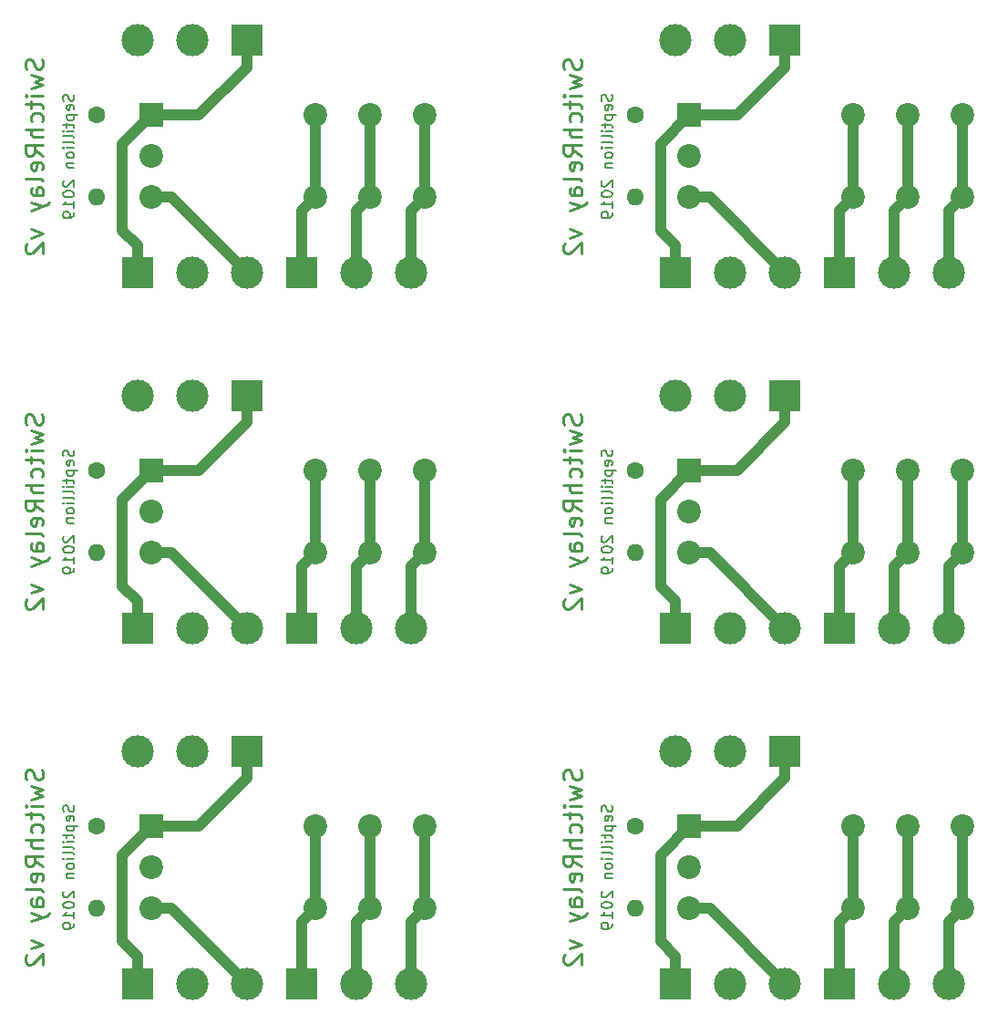
<source format=gbl>
G04 #@! TF.GenerationSoftware,KiCad,Pcbnew,(5.1.4)-1*
G04 #@! TF.CreationDate,2019-09-09T12:01:26+02:00*
G04 #@! TF.ProjectId,SwitchRelay_panel,53776974-6368-4526-956c-61795f70616e,1.0*
G04 #@! TF.SameCoordinates,Original*
G04 #@! TF.FileFunction,Copper,L2,Bot*
G04 #@! TF.FilePolarity,Positive*
%FSLAX46Y46*%
G04 Gerber Fmt 4.6, Leading zero omitted, Abs format (unit mm)*
G04 Created by KiCad (PCBNEW (5.1.4)-1) date 2019-09-09 12:01:26*
%MOMM*%
%LPD*%
G04 APERTURE LIST*
%ADD10C,0.203200*%
%ADD11C,0.254000*%
%ADD12C,3.000000*%
%ADD13R,3.000000X3.000000*%
%ADD14C,2.200000*%
%ADD15R,2.200000X2.200000*%
%ADD16O,1.600000X1.600000*%
%ADD17C,1.600000*%
%ADD18C,1.016000*%
G04 APERTURE END LIST*
D10*
X163571238Y-119676857D02*
X163619619Y-119822000D01*
X163619619Y-120063904D01*
X163571238Y-120160666D01*
X163522857Y-120209047D01*
X163426095Y-120257428D01*
X163329333Y-120257428D01*
X163232571Y-120209047D01*
X163184190Y-120160666D01*
X163135809Y-120063904D01*
X163087428Y-119870380D01*
X163039047Y-119773619D01*
X162990666Y-119725238D01*
X162893904Y-119676857D01*
X162797142Y-119676857D01*
X162700380Y-119725238D01*
X162652000Y-119773619D01*
X162603619Y-119870380D01*
X162603619Y-120112285D01*
X162652000Y-120257428D01*
X163571238Y-121079904D02*
X163619619Y-120983142D01*
X163619619Y-120789619D01*
X163571238Y-120692857D01*
X163474476Y-120644476D01*
X163087428Y-120644476D01*
X162990666Y-120692857D01*
X162942285Y-120789619D01*
X162942285Y-120983142D01*
X162990666Y-121079904D01*
X163087428Y-121128285D01*
X163184190Y-121128285D01*
X163280952Y-120644476D01*
X162942285Y-121563714D02*
X163958285Y-121563714D01*
X162990666Y-121563714D02*
X162942285Y-121660476D01*
X162942285Y-121854000D01*
X162990666Y-121950761D01*
X163039047Y-121999142D01*
X163135809Y-122047523D01*
X163426095Y-122047523D01*
X163522857Y-121999142D01*
X163571238Y-121950761D01*
X163619619Y-121854000D01*
X163619619Y-121660476D01*
X163571238Y-121563714D01*
X162942285Y-122337809D02*
X162942285Y-122724857D01*
X162603619Y-122482952D02*
X163474476Y-122482952D01*
X163571238Y-122531333D01*
X163619619Y-122628095D01*
X163619619Y-122724857D01*
X163619619Y-123063523D02*
X162942285Y-123063523D01*
X162603619Y-123063523D02*
X162652000Y-123015142D01*
X162700380Y-123063523D01*
X162652000Y-123111904D01*
X162603619Y-123063523D01*
X162700380Y-123063523D01*
X163619619Y-123692476D02*
X163571238Y-123595714D01*
X163474476Y-123547333D01*
X162603619Y-123547333D01*
X163619619Y-124224666D02*
X163571238Y-124127904D01*
X163474476Y-124079523D01*
X162603619Y-124079523D01*
X163619619Y-124611714D02*
X162942285Y-124611714D01*
X162603619Y-124611714D02*
X162652000Y-124563333D01*
X162700380Y-124611714D01*
X162652000Y-124660095D01*
X162603619Y-124611714D01*
X162700380Y-124611714D01*
X163619619Y-125240666D02*
X163571238Y-125143904D01*
X163522857Y-125095523D01*
X163426095Y-125047142D01*
X163135809Y-125047142D01*
X163039047Y-125095523D01*
X162990666Y-125143904D01*
X162942285Y-125240666D01*
X162942285Y-125385809D01*
X162990666Y-125482571D01*
X163039047Y-125530952D01*
X163135809Y-125579333D01*
X163426095Y-125579333D01*
X163522857Y-125530952D01*
X163571238Y-125482571D01*
X163619619Y-125385809D01*
X163619619Y-125240666D01*
X162942285Y-126014761D02*
X163619619Y-126014761D01*
X163039047Y-126014761D02*
X162990666Y-126063142D01*
X162942285Y-126159904D01*
X162942285Y-126305047D01*
X162990666Y-126401809D01*
X163087428Y-126450190D01*
X163619619Y-126450190D01*
X162700380Y-127659714D02*
X162652000Y-127708095D01*
X162603619Y-127804857D01*
X162603619Y-128046761D01*
X162652000Y-128143523D01*
X162700380Y-128191904D01*
X162797142Y-128240285D01*
X162893904Y-128240285D01*
X163039047Y-128191904D01*
X163619619Y-127611333D01*
X163619619Y-128240285D01*
X162603619Y-128869238D02*
X162603619Y-128966000D01*
X162652000Y-129062761D01*
X162700380Y-129111142D01*
X162797142Y-129159523D01*
X162990666Y-129207904D01*
X163232571Y-129207904D01*
X163426095Y-129159523D01*
X163522857Y-129111142D01*
X163571238Y-129062761D01*
X163619619Y-128966000D01*
X163619619Y-128869238D01*
X163571238Y-128772476D01*
X163522857Y-128724095D01*
X163426095Y-128675714D01*
X163232571Y-128627333D01*
X162990666Y-128627333D01*
X162797142Y-128675714D01*
X162700380Y-128724095D01*
X162652000Y-128772476D01*
X162603619Y-128869238D01*
X163619619Y-130175523D02*
X163619619Y-129594952D01*
X163619619Y-129885238D02*
X162603619Y-129885238D01*
X162748761Y-129788476D01*
X162845523Y-129691714D01*
X162893904Y-129594952D01*
X163619619Y-130659333D02*
X163619619Y-130852857D01*
X163571238Y-130949619D01*
X163522857Y-130998000D01*
X163377714Y-131094761D01*
X163184190Y-131143142D01*
X162797142Y-131143142D01*
X162700380Y-131094761D01*
X162652000Y-131046380D01*
X162603619Y-130949619D01*
X162603619Y-130756095D01*
X162652000Y-130659333D01*
X162700380Y-130610952D01*
X162797142Y-130562571D01*
X163039047Y-130562571D01*
X163135809Y-130610952D01*
X163184190Y-130659333D01*
X163232571Y-130756095D01*
X163232571Y-130949619D01*
X163184190Y-131046380D01*
X163135809Y-131094761D01*
X163039047Y-131143142D01*
D11*
X160653261Y-116368809D02*
X160731880Y-116604666D01*
X160731880Y-116997761D01*
X160653261Y-117155000D01*
X160574642Y-117233619D01*
X160417404Y-117312238D01*
X160260166Y-117312238D01*
X160102928Y-117233619D01*
X160024309Y-117155000D01*
X159945690Y-116997761D01*
X159867071Y-116683285D01*
X159788452Y-116526047D01*
X159709833Y-116447428D01*
X159552595Y-116368809D01*
X159395357Y-116368809D01*
X159238119Y-116447428D01*
X159159500Y-116526047D01*
X159080880Y-116683285D01*
X159080880Y-117076380D01*
X159159500Y-117312238D01*
X159631214Y-117862571D02*
X160731880Y-118177047D01*
X159945690Y-118491523D01*
X160731880Y-118806000D01*
X159631214Y-119120476D01*
X160731880Y-119749428D02*
X159631214Y-119749428D01*
X159080880Y-119749428D02*
X159159500Y-119670809D01*
X159238119Y-119749428D01*
X159159500Y-119828047D01*
X159080880Y-119749428D01*
X159238119Y-119749428D01*
X159631214Y-120299761D02*
X159631214Y-120928714D01*
X159080880Y-120535619D02*
X160496023Y-120535619D01*
X160653261Y-120614238D01*
X160731880Y-120771476D01*
X160731880Y-120928714D01*
X160653261Y-122186619D02*
X160731880Y-122029380D01*
X160731880Y-121714904D01*
X160653261Y-121557666D01*
X160574642Y-121479047D01*
X160417404Y-121400428D01*
X159945690Y-121400428D01*
X159788452Y-121479047D01*
X159709833Y-121557666D01*
X159631214Y-121714904D01*
X159631214Y-122029380D01*
X159709833Y-122186619D01*
X160731880Y-122894190D02*
X159080880Y-122894190D01*
X160731880Y-123601761D02*
X159867071Y-123601761D01*
X159709833Y-123523142D01*
X159631214Y-123365904D01*
X159631214Y-123130047D01*
X159709833Y-122972809D01*
X159788452Y-122894190D01*
X160731880Y-125331380D02*
X159945690Y-124781047D01*
X160731880Y-124387952D02*
X159080880Y-124387952D01*
X159080880Y-125016904D01*
X159159500Y-125174142D01*
X159238119Y-125252761D01*
X159395357Y-125331380D01*
X159631214Y-125331380D01*
X159788452Y-125252761D01*
X159867071Y-125174142D01*
X159945690Y-125016904D01*
X159945690Y-124387952D01*
X160653261Y-126667904D02*
X160731880Y-126510666D01*
X160731880Y-126196190D01*
X160653261Y-126038952D01*
X160496023Y-125960333D01*
X159867071Y-125960333D01*
X159709833Y-126038952D01*
X159631214Y-126196190D01*
X159631214Y-126510666D01*
X159709833Y-126667904D01*
X159867071Y-126746523D01*
X160024309Y-126746523D01*
X160181547Y-125960333D01*
X160731880Y-127689952D02*
X160653261Y-127532714D01*
X160496023Y-127454095D01*
X159080880Y-127454095D01*
X160731880Y-129026476D02*
X159867071Y-129026476D01*
X159709833Y-128947857D01*
X159631214Y-128790619D01*
X159631214Y-128476142D01*
X159709833Y-128318904D01*
X160653261Y-129026476D02*
X160731880Y-128869238D01*
X160731880Y-128476142D01*
X160653261Y-128318904D01*
X160496023Y-128240285D01*
X160338785Y-128240285D01*
X160181547Y-128318904D01*
X160102928Y-128476142D01*
X160102928Y-128869238D01*
X160024309Y-129026476D01*
X159631214Y-129655428D02*
X160731880Y-130048523D01*
X159631214Y-130441619D02*
X160731880Y-130048523D01*
X161124976Y-129891285D01*
X161203595Y-129812666D01*
X161282214Y-129655428D01*
X159631214Y-132171238D02*
X160731880Y-132564333D01*
X159631214Y-132957428D01*
X159238119Y-133507761D02*
X159159500Y-133586380D01*
X159080880Y-133743619D01*
X159080880Y-134136714D01*
X159159500Y-134293952D01*
X159238119Y-134372571D01*
X159395357Y-134451190D01*
X159552595Y-134451190D01*
X159788452Y-134372571D01*
X160731880Y-133429142D01*
X160731880Y-134451190D01*
D10*
X113571238Y-119676857D02*
X113619619Y-119822000D01*
X113619619Y-120063904D01*
X113571238Y-120160666D01*
X113522857Y-120209047D01*
X113426095Y-120257428D01*
X113329333Y-120257428D01*
X113232571Y-120209047D01*
X113184190Y-120160666D01*
X113135809Y-120063904D01*
X113087428Y-119870380D01*
X113039047Y-119773619D01*
X112990666Y-119725238D01*
X112893904Y-119676857D01*
X112797142Y-119676857D01*
X112700380Y-119725238D01*
X112652000Y-119773619D01*
X112603619Y-119870380D01*
X112603619Y-120112285D01*
X112652000Y-120257428D01*
X113571238Y-121079904D02*
X113619619Y-120983142D01*
X113619619Y-120789619D01*
X113571238Y-120692857D01*
X113474476Y-120644476D01*
X113087428Y-120644476D01*
X112990666Y-120692857D01*
X112942285Y-120789619D01*
X112942285Y-120983142D01*
X112990666Y-121079904D01*
X113087428Y-121128285D01*
X113184190Y-121128285D01*
X113280952Y-120644476D01*
X112942285Y-121563714D02*
X113958285Y-121563714D01*
X112990666Y-121563714D02*
X112942285Y-121660476D01*
X112942285Y-121854000D01*
X112990666Y-121950761D01*
X113039047Y-121999142D01*
X113135809Y-122047523D01*
X113426095Y-122047523D01*
X113522857Y-121999142D01*
X113571238Y-121950761D01*
X113619619Y-121854000D01*
X113619619Y-121660476D01*
X113571238Y-121563714D01*
X112942285Y-122337809D02*
X112942285Y-122724857D01*
X112603619Y-122482952D02*
X113474476Y-122482952D01*
X113571238Y-122531333D01*
X113619619Y-122628095D01*
X113619619Y-122724857D01*
X113619619Y-123063523D02*
X112942285Y-123063523D01*
X112603619Y-123063523D02*
X112652000Y-123015142D01*
X112700380Y-123063523D01*
X112652000Y-123111904D01*
X112603619Y-123063523D01*
X112700380Y-123063523D01*
X113619619Y-123692476D02*
X113571238Y-123595714D01*
X113474476Y-123547333D01*
X112603619Y-123547333D01*
X113619619Y-124224666D02*
X113571238Y-124127904D01*
X113474476Y-124079523D01*
X112603619Y-124079523D01*
X113619619Y-124611714D02*
X112942285Y-124611714D01*
X112603619Y-124611714D02*
X112652000Y-124563333D01*
X112700380Y-124611714D01*
X112652000Y-124660095D01*
X112603619Y-124611714D01*
X112700380Y-124611714D01*
X113619619Y-125240666D02*
X113571238Y-125143904D01*
X113522857Y-125095523D01*
X113426095Y-125047142D01*
X113135809Y-125047142D01*
X113039047Y-125095523D01*
X112990666Y-125143904D01*
X112942285Y-125240666D01*
X112942285Y-125385809D01*
X112990666Y-125482571D01*
X113039047Y-125530952D01*
X113135809Y-125579333D01*
X113426095Y-125579333D01*
X113522857Y-125530952D01*
X113571238Y-125482571D01*
X113619619Y-125385809D01*
X113619619Y-125240666D01*
X112942285Y-126014761D02*
X113619619Y-126014761D01*
X113039047Y-126014761D02*
X112990666Y-126063142D01*
X112942285Y-126159904D01*
X112942285Y-126305047D01*
X112990666Y-126401809D01*
X113087428Y-126450190D01*
X113619619Y-126450190D01*
X112700380Y-127659714D02*
X112652000Y-127708095D01*
X112603619Y-127804857D01*
X112603619Y-128046761D01*
X112652000Y-128143523D01*
X112700380Y-128191904D01*
X112797142Y-128240285D01*
X112893904Y-128240285D01*
X113039047Y-128191904D01*
X113619619Y-127611333D01*
X113619619Y-128240285D01*
X112603619Y-128869238D02*
X112603619Y-128966000D01*
X112652000Y-129062761D01*
X112700380Y-129111142D01*
X112797142Y-129159523D01*
X112990666Y-129207904D01*
X113232571Y-129207904D01*
X113426095Y-129159523D01*
X113522857Y-129111142D01*
X113571238Y-129062761D01*
X113619619Y-128966000D01*
X113619619Y-128869238D01*
X113571238Y-128772476D01*
X113522857Y-128724095D01*
X113426095Y-128675714D01*
X113232571Y-128627333D01*
X112990666Y-128627333D01*
X112797142Y-128675714D01*
X112700380Y-128724095D01*
X112652000Y-128772476D01*
X112603619Y-128869238D01*
X113619619Y-130175523D02*
X113619619Y-129594952D01*
X113619619Y-129885238D02*
X112603619Y-129885238D01*
X112748761Y-129788476D01*
X112845523Y-129691714D01*
X112893904Y-129594952D01*
X113619619Y-130659333D02*
X113619619Y-130852857D01*
X113571238Y-130949619D01*
X113522857Y-130998000D01*
X113377714Y-131094761D01*
X113184190Y-131143142D01*
X112797142Y-131143142D01*
X112700380Y-131094761D01*
X112652000Y-131046380D01*
X112603619Y-130949619D01*
X112603619Y-130756095D01*
X112652000Y-130659333D01*
X112700380Y-130610952D01*
X112797142Y-130562571D01*
X113039047Y-130562571D01*
X113135809Y-130610952D01*
X113184190Y-130659333D01*
X113232571Y-130756095D01*
X113232571Y-130949619D01*
X113184190Y-131046380D01*
X113135809Y-131094761D01*
X113039047Y-131143142D01*
D11*
X110653261Y-116368809D02*
X110731880Y-116604666D01*
X110731880Y-116997761D01*
X110653261Y-117155000D01*
X110574642Y-117233619D01*
X110417404Y-117312238D01*
X110260166Y-117312238D01*
X110102928Y-117233619D01*
X110024309Y-117155000D01*
X109945690Y-116997761D01*
X109867071Y-116683285D01*
X109788452Y-116526047D01*
X109709833Y-116447428D01*
X109552595Y-116368809D01*
X109395357Y-116368809D01*
X109238119Y-116447428D01*
X109159500Y-116526047D01*
X109080880Y-116683285D01*
X109080880Y-117076380D01*
X109159500Y-117312238D01*
X109631214Y-117862571D02*
X110731880Y-118177047D01*
X109945690Y-118491523D01*
X110731880Y-118806000D01*
X109631214Y-119120476D01*
X110731880Y-119749428D02*
X109631214Y-119749428D01*
X109080880Y-119749428D02*
X109159500Y-119670809D01*
X109238119Y-119749428D01*
X109159500Y-119828047D01*
X109080880Y-119749428D01*
X109238119Y-119749428D01*
X109631214Y-120299761D02*
X109631214Y-120928714D01*
X109080880Y-120535619D02*
X110496023Y-120535619D01*
X110653261Y-120614238D01*
X110731880Y-120771476D01*
X110731880Y-120928714D01*
X110653261Y-122186619D02*
X110731880Y-122029380D01*
X110731880Y-121714904D01*
X110653261Y-121557666D01*
X110574642Y-121479047D01*
X110417404Y-121400428D01*
X109945690Y-121400428D01*
X109788452Y-121479047D01*
X109709833Y-121557666D01*
X109631214Y-121714904D01*
X109631214Y-122029380D01*
X109709833Y-122186619D01*
X110731880Y-122894190D02*
X109080880Y-122894190D01*
X110731880Y-123601761D02*
X109867071Y-123601761D01*
X109709833Y-123523142D01*
X109631214Y-123365904D01*
X109631214Y-123130047D01*
X109709833Y-122972809D01*
X109788452Y-122894190D01*
X110731880Y-125331380D02*
X109945690Y-124781047D01*
X110731880Y-124387952D02*
X109080880Y-124387952D01*
X109080880Y-125016904D01*
X109159500Y-125174142D01*
X109238119Y-125252761D01*
X109395357Y-125331380D01*
X109631214Y-125331380D01*
X109788452Y-125252761D01*
X109867071Y-125174142D01*
X109945690Y-125016904D01*
X109945690Y-124387952D01*
X110653261Y-126667904D02*
X110731880Y-126510666D01*
X110731880Y-126196190D01*
X110653261Y-126038952D01*
X110496023Y-125960333D01*
X109867071Y-125960333D01*
X109709833Y-126038952D01*
X109631214Y-126196190D01*
X109631214Y-126510666D01*
X109709833Y-126667904D01*
X109867071Y-126746523D01*
X110024309Y-126746523D01*
X110181547Y-125960333D01*
X110731880Y-127689952D02*
X110653261Y-127532714D01*
X110496023Y-127454095D01*
X109080880Y-127454095D01*
X110731880Y-129026476D02*
X109867071Y-129026476D01*
X109709833Y-128947857D01*
X109631214Y-128790619D01*
X109631214Y-128476142D01*
X109709833Y-128318904D01*
X110653261Y-129026476D02*
X110731880Y-128869238D01*
X110731880Y-128476142D01*
X110653261Y-128318904D01*
X110496023Y-128240285D01*
X110338785Y-128240285D01*
X110181547Y-128318904D01*
X110102928Y-128476142D01*
X110102928Y-128869238D01*
X110024309Y-129026476D01*
X109631214Y-129655428D02*
X110731880Y-130048523D01*
X109631214Y-130441619D02*
X110731880Y-130048523D01*
X111124976Y-129891285D01*
X111203595Y-129812666D01*
X111282214Y-129655428D01*
X109631214Y-132171238D02*
X110731880Y-132564333D01*
X109631214Y-132957428D01*
X109238119Y-133507761D02*
X109159500Y-133586380D01*
X109080880Y-133743619D01*
X109080880Y-134136714D01*
X109159500Y-134293952D01*
X109238119Y-134372571D01*
X109395357Y-134451190D01*
X109552595Y-134451190D01*
X109788452Y-134372571D01*
X110731880Y-133429142D01*
X110731880Y-134451190D01*
X160653261Y-83368809D02*
X160731880Y-83604666D01*
X160731880Y-83997761D01*
X160653261Y-84155000D01*
X160574642Y-84233619D01*
X160417404Y-84312238D01*
X160260166Y-84312238D01*
X160102928Y-84233619D01*
X160024309Y-84155000D01*
X159945690Y-83997761D01*
X159867071Y-83683285D01*
X159788452Y-83526047D01*
X159709833Y-83447428D01*
X159552595Y-83368809D01*
X159395357Y-83368809D01*
X159238119Y-83447428D01*
X159159500Y-83526047D01*
X159080880Y-83683285D01*
X159080880Y-84076380D01*
X159159500Y-84312238D01*
X159631214Y-84862571D02*
X160731880Y-85177047D01*
X159945690Y-85491523D01*
X160731880Y-85806000D01*
X159631214Y-86120476D01*
X160731880Y-86749428D02*
X159631214Y-86749428D01*
X159080880Y-86749428D02*
X159159500Y-86670809D01*
X159238119Y-86749428D01*
X159159500Y-86828047D01*
X159080880Y-86749428D01*
X159238119Y-86749428D01*
X159631214Y-87299761D02*
X159631214Y-87928714D01*
X159080880Y-87535619D02*
X160496023Y-87535619D01*
X160653261Y-87614238D01*
X160731880Y-87771476D01*
X160731880Y-87928714D01*
X160653261Y-89186619D02*
X160731880Y-89029380D01*
X160731880Y-88714904D01*
X160653261Y-88557666D01*
X160574642Y-88479047D01*
X160417404Y-88400428D01*
X159945690Y-88400428D01*
X159788452Y-88479047D01*
X159709833Y-88557666D01*
X159631214Y-88714904D01*
X159631214Y-89029380D01*
X159709833Y-89186619D01*
X160731880Y-89894190D02*
X159080880Y-89894190D01*
X160731880Y-90601761D02*
X159867071Y-90601761D01*
X159709833Y-90523142D01*
X159631214Y-90365904D01*
X159631214Y-90130047D01*
X159709833Y-89972809D01*
X159788452Y-89894190D01*
X160731880Y-92331380D02*
X159945690Y-91781047D01*
X160731880Y-91387952D02*
X159080880Y-91387952D01*
X159080880Y-92016904D01*
X159159500Y-92174142D01*
X159238119Y-92252761D01*
X159395357Y-92331380D01*
X159631214Y-92331380D01*
X159788452Y-92252761D01*
X159867071Y-92174142D01*
X159945690Y-92016904D01*
X159945690Y-91387952D01*
X160653261Y-93667904D02*
X160731880Y-93510666D01*
X160731880Y-93196190D01*
X160653261Y-93038952D01*
X160496023Y-92960333D01*
X159867071Y-92960333D01*
X159709833Y-93038952D01*
X159631214Y-93196190D01*
X159631214Y-93510666D01*
X159709833Y-93667904D01*
X159867071Y-93746523D01*
X160024309Y-93746523D01*
X160181547Y-92960333D01*
X160731880Y-94689952D02*
X160653261Y-94532714D01*
X160496023Y-94454095D01*
X159080880Y-94454095D01*
X160731880Y-96026476D02*
X159867071Y-96026476D01*
X159709833Y-95947857D01*
X159631214Y-95790619D01*
X159631214Y-95476142D01*
X159709833Y-95318904D01*
X160653261Y-96026476D02*
X160731880Y-95869238D01*
X160731880Y-95476142D01*
X160653261Y-95318904D01*
X160496023Y-95240285D01*
X160338785Y-95240285D01*
X160181547Y-95318904D01*
X160102928Y-95476142D01*
X160102928Y-95869238D01*
X160024309Y-96026476D01*
X159631214Y-96655428D02*
X160731880Y-97048523D01*
X159631214Y-97441619D02*
X160731880Y-97048523D01*
X161124976Y-96891285D01*
X161203595Y-96812666D01*
X161282214Y-96655428D01*
X159631214Y-99171238D02*
X160731880Y-99564333D01*
X159631214Y-99957428D01*
X159238119Y-100507761D02*
X159159500Y-100586380D01*
X159080880Y-100743619D01*
X159080880Y-101136714D01*
X159159500Y-101293952D01*
X159238119Y-101372571D01*
X159395357Y-101451190D01*
X159552595Y-101451190D01*
X159788452Y-101372571D01*
X160731880Y-100429142D01*
X160731880Y-101451190D01*
D10*
X163571238Y-86676857D02*
X163619619Y-86822000D01*
X163619619Y-87063904D01*
X163571238Y-87160666D01*
X163522857Y-87209047D01*
X163426095Y-87257428D01*
X163329333Y-87257428D01*
X163232571Y-87209047D01*
X163184190Y-87160666D01*
X163135809Y-87063904D01*
X163087428Y-86870380D01*
X163039047Y-86773619D01*
X162990666Y-86725238D01*
X162893904Y-86676857D01*
X162797142Y-86676857D01*
X162700380Y-86725238D01*
X162652000Y-86773619D01*
X162603619Y-86870380D01*
X162603619Y-87112285D01*
X162652000Y-87257428D01*
X163571238Y-88079904D02*
X163619619Y-87983142D01*
X163619619Y-87789619D01*
X163571238Y-87692857D01*
X163474476Y-87644476D01*
X163087428Y-87644476D01*
X162990666Y-87692857D01*
X162942285Y-87789619D01*
X162942285Y-87983142D01*
X162990666Y-88079904D01*
X163087428Y-88128285D01*
X163184190Y-88128285D01*
X163280952Y-87644476D01*
X162942285Y-88563714D02*
X163958285Y-88563714D01*
X162990666Y-88563714D02*
X162942285Y-88660476D01*
X162942285Y-88854000D01*
X162990666Y-88950761D01*
X163039047Y-88999142D01*
X163135809Y-89047523D01*
X163426095Y-89047523D01*
X163522857Y-88999142D01*
X163571238Y-88950761D01*
X163619619Y-88854000D01*
X163619619Y-88660476D01*
X163571238Y-88563714D01*
X162942285Y-89337809D02*
X162942285Y-89724857D01*
X162603619Y-89482952D02*
X163474476Y-89482952D01*
X163571238Y-89531333D01*
X163619619Y-89628095D01*
X163619619Y-89724857D01*
X163619619Y-90063523D02*
X162942285Y-90063523D01*
X162603619Y-90063523D02*
X162652000Y-90015142D01*
X162700380Y-90063523D01*
X162652000Y-90111904D01*
X162603619Y-90063523D01*
X162700380Y-90063523D01*
X163619619Y-90692476D02*
X163571238Y-90595714D01*
X163474476Y-90547333D01*
X162603619Y-90547333D01*
X163619619Y-91224666D02*
X163571238Y-91127904D01*
X163474476Y-91079523D01*
X162603619Y-91079523D01*
X163619619Y-91611714D02*
X162942285Y-91611714D01*
X162603619Y-91611714D02*
X162652000Y-91563333D01*
X162700380Y-91611714D01*
X162652000Y-91660095D01*
X162603619Y-91611714D01*
X162700380Y-91611714D01*
X163619619Y-92240666D02*
X163571238Y-92143904D01*
X163522857Y-92095523D01*
X163426095Y-92047142D01*
X163135809Y-92047142D01*
X163039047Y-92095523D01*
X162990666Y-92143904D01*
X162942285Y-92240666D01*
X162942285Y-92385809D01*
X162990666Y-92482571D01*
X163039047Y-92530952D01*
X163135809Y-92579333D01*
X163426095Y-92579333D01*
X163522857Y-92530952D01*
X163571238Y-92482571D01*
X163619619Y-92385809D01*
X163619619Y-92240666D01*
X162942285Y-93014761D02*
X163619619Y-93014761D01*
X163039047Y-93014761D02*
X162990666Y-93063142D01*
X162942285Y-93159904D01*
X162942285Y-93305047D01*
X162990666Y-93401809D01*
X163087428Y-93450190D01*
X163619619Y-93450190D01*
X162700380Y-94659714D02*
X162652000Y-94708095D01*
X162603619Y-94804857D01*
X162603619Y-95046761D01*
X162652000Y-95143523D01*
X162700380Y-95191904D01*
X162797142Y-95240285D01*
X162893904Y-95240285D01*
X163039047Y-95191904D01*
X163619619Y-94611333D01*
X163619619Y-95240285D01*
X162603619Y-95869238D02*
X162603619Y-95966000D01*
X162652000Y-96062761D01*
X162700380Y-96111142D01*
X162797142Y-96159523D01*
X162990666Y-96207904D01*
X163232571Y-96207904D01*
X163426095Y-96159523D01*
X163522857Y-96111142D01*
X163571238Y-96062761D01*
X163619619Y-95966000D01*
X163619619Y-95869238D01*
X163571238Y-95772476D01*
X163522857Y-95724095D01*
X163426095Y-95675714D01*
X163232571Y-95627333D01*
X162990666Y-95627333D01*
X162797142Y-95675714D01*
X162700380Y-95724095D01*
X162652000Y-95772476D01*
X162603619Y-95869238D01*
X163619619Y-97175523D02*
X163619619Y-96594952D01*
X163619619Y-96885238D02*
X162603619Y-96885238D01*
X162748761Y-96788476D01*
X162845523Y-96691714D01*
X162893904Y-96594952D01*
X163619619Y-97659333D02*
X163619619Y-97852857D01*
X163571238Y-97949619D01*
X163522857Y-97998000D01*
X163377714Y-98094761D01*
X163184190Y-98143142D01*
X162797142Y-98143142D01*
X162700380Y-98094761D01*
X162652000Y-98046380D01*
X162603619Y-97949619D01*
X162603619Y-97756095D01*
X162652000Y-97659333D01*
X162700380Y-97610952D01*
X162797142Y-97562571D01*
X163039047Y-97562571D01*
X163135809Y-97610952D01*
X163184190Y-97659333D01*
X163232571Y-97756095D01*
X163232571Y-97949619D01*
X163184190Y-98046380D01*
X163135809Y-98094761D01*
X163039047Y-98143142D01*
X113571238Y-86676857D02*
X113619619Y-86822000D01*
X113619619Y-87063904D01*
X113571238Y-87160666D01*
X113522857Y-87209047D01*
X113426095Y-87257428D01*
X113329333Y-87257428D01*
X113232571Y-87209047D01*
X113184190Y-87160666D01*
X113135809Y-87063904D01*
X113087428Y-86870380D01*
X113039047Y-86773619D01*
X112990666Y-86725238D01*
X112893904Y-86676857D01*
X112797142Y-86676857D01*
X112700380Y-86725238D01*
X112652000Y-86773619D01*
X112603619Y-86870380D01*
X112603619Y-87112285D01*
X112652000Y-87257428D01*
X113571238Y-88079904D02*
X113619619Y-87983142D01*
X113619619Y-87789619D01*
X113571238Y-87692857D01*
X113474476Y-87644476D01*
X113087428Y-87644476D01*
X112990666Y-87692857D01*
X112942285Y-87789619D01*
X112942285Y-87983142D01*
X112990666Y-88079904D01*
X113087428Y-88128285D01*
X113184190Y-88128285D01*
X113280952Y-87644476D01*
X112942285Y-88563714D02*
X113958285Y-88563714D01*
X112990666Y-88563714D02*
X112942285Y-88660476D01*
X112942285Y-88854000D01*
X112990666Y-88950761D01*
X113039047Y-88999142D01*
X113135809Y-89047523D01*
X113426095Y-89047523D01*
X113522857Y-88999142D01*
X113571238Y-88950761D01*
X113619619Y-88854000D01*
X113619619Y-88660476D01*
X113571238Y-88563714D01*
X112942285Y-89337809D02*
X112942285Y-89724857D01*
X112603619Y-89482952D02*
X113474476Y-89482952D01*
X113571238Y-89531333D01*
X113619619Y-89628095D01*
X113619619Y-89724857D01*
X113619619Y-90063523D02*
X112942285Y-90063523D01*
X112603619Y-90063523D02*
X112652000Y-90015142D01*
X112700380Y-90063523D01*
X112652000Y-90111904D01*
X112603619Y-90063523D01*
X112700380Y-90063523D01*
X113619619Y-90692476D02*
X113571238Y-90595714D01*
X113474476Y-90547333D01*
X112603619Y-90547333D01*
X113619619Y-91224666D02*
X113571238Y-91127904D01*
X113474476Y-91079523D01*
X112603619Y-91079523D01*
X113619619Y-91611714D02*
X112942285Y-91611714D01*
X112603619Y-91611714D02*
X112652000Y-91563333D01*
X112700380Y-91611714D01*
X112652000Y-91660095D01*
X112603619Y-91611714D01*
X112700380Y-91611714D01*
X113619619Y-92240666D02*
X113571238Y-92143904D01*
X113522857Y-92095523D01*
X113426095Y-92047142D01*
X113135809Y-92047142D01*
X113039047Y-92095523D01*
X112990666Y-92143904D01*
X112942285Y-92240666D01*
X112942285Y-92385809D01*
X112990666Y-92482571D01*
X113039047Y-92530952D01*
X113135809Y-92579333D01*
X113426095Y-92579333D01*
X113522857Y-92530952D01*
X113571238Y-92482571D01*
X113619619Y-92385809D01*
X113619619Y-92240666D01*
X112942285Y-93014761D02*
X113619619Y-93014761D01*
X113039047Y-93014761D02*
X112990666Y-93063142D01*
X112942285Y-93159904D01*
X112942285Y-93305047D01*
X112990666Y-93401809D01*
X113087428Y-93450190D01*
X113619619Y-93450190D01*
X112700380Y-94659714D02*
X112652000Y-94708095D01*
X112603619Y-94804857D01*
X112603619Y-95046761D01*
X112652000Y-95143523D01*
X112700380Y-95191904D01*
X112797142Y-95240285D01*
X112893904Y-95240285D01*
X113039047Y-95191904D01*
X113619619Y-94611333D01*
X113619619Y-95240285D01*
X112603619Y-95869238D02*
X112603619Y-95966000D01*
X112652000Y-96062761D01*
X112700380Y-96111142D01*
X112797142Y-96159523D01*
X112990666Y-96207904D01*
X113232571Y-96207904D01*
X113426095Y-96159523D01*
X113522857Y-96111142D01*
X113571238Y-96062761D01*
X113619619Y-95966000D01*
X113619619Y-95869238D01*
X113571238Y-95772476D01*
X113522857Y-95724095D01*
X113426095Y-95675714D01*
X113232571Y-95627333D01*
X112990666Y-95627333D01*
X112797142Y-95675714D01*
X112700380Y-95724095D01*
X112652000Y-95772476D01*
X112603619Y-95869238D01*
X113619619Y-97175523D02*
X113619619Y-96594952D01*
X113619619Y-96885238D02*
X112603619Y-96885238D01*
X112748761Y-96788476D01*
X112845523Y-96691714D01*
X112893904Y-96594952D01*
X113619619Y-97659333D02*
X113619619Y-97852857D01*
X113571238Y-97949619D01*
X113522857Y-97998000D01*
X113377714Y-98094761D01*
X113184190Y-98143142D01*
X112797142Y-98143142D01*
X112700380Y-98094761D01*
X112652000Y-98046380D01*
X112603619Y-97949619D01*
X112603619Y-97756095D01*
X112652000Y-97659333D01*
X112700380Y-97610952D01*
X112797142Y-97562571D01*
X113039047Y-97562571D01*
X113135809Y-97610952D01*
X113184190Y-97659333D01*
X113232571Y-97756095D01*
X113232571Y-97949619D01*
X113184190Y-98046380D01*
X113135809Y-98094761D01*
X113039047Y-98143142D01*
D11*
X110653261Y-83368809D02*
X110731880Y-83604666D01*
X110731880Y-83997761D01*
X110653261Y-84155000D01*
X110574642Y-84233619D01*
X110417404Y-84312238D01*
X110260166Y-84312238D01*
X110102928Y-84233619D01*
X110024309Y-84155000D01*
X109945690Y-83997761D01*
X109867071Y-83683285D01*
X109788452Y-83526047D01*
X109709833Y-83447428D01*
X109552595Y-83368809D01*
X109395357Y-83368809D01*
X109238119Y-83447428D01*
X109159500Y-83526047D01*
X109080880Y-83683285D01*
X109080880Y-84076380D01*
X109159500Y-84312238D01*
X109631214Y-84862571D02*
X110731880Y-85177047D01*
X109945690Y-85491523D01*
X110731880Y-85806000D01*
X109631214Y-86120476D01*
X110731880Y-86749428D02*
X109631214Y-86749428D01*
X109080880Y-86749428D02*
X109159500Y-86670809D01*
X109238119Y-86749428D01*
X109159500Y-86828047D01*
X109080880Y-86749428D01*
X109238119Y-86749428D01*
X109631214Y-87299761D02*
X109631214Y-87928714D01*
X109080880Y-87535619D02*
X110496023Y-87535619D01*
X110653261Y-87614238D01*
X110731880Y-87771476D01*
X110731880Y-87928714D01*
X110653261Y-89186619D02*
X110731880Y-89029380D01*
X110731880Y-88714904D01*
X110653261Y-88557666D01*
X110574642Y-88479047D01*
X110417404Y-88400428D01*
X109945690Y-88400428D01*
X109788452Y-88479047D01*
X109709833Y-88557666D01*
X109631214Y-88714904D01*
X109631214Y-89029380D01*
X109709833Y-89186619D01*
X110731880Y-89894190D02*
X109080880Y-89894190D01*
X110731880Y-90601761D02*
X109867071Y-90601761D01*
X109709833Y-90523142D01*
X109631214Y-90365904D01*
X109631214Y-90130047D01*
X109709833Y-89972809D01*
X109788452Y-89894190D01*
X110731880Y-92331380D02*
X109945690Y-91781047D01*
X110731880Y-91387952D02*
X109080880Y-91387952D01*
X109080880Y-92016904D01*
X109159500Y-92174142D01*
X109238119Y-92252761D01*
X109395357Y-92331380D01*
X109631214Y-92331380D01*
X109788452Y-92252761D01*
X109867071Y-92174142D01*
X109945690Y-92016904D01*
X109945690Y-91387952D01*
X110653261Y-93667904D02*
X110731880Y-93510666D01*
X110731880Y-93196190D01*
X110653261Y-93038952D01*
X110496023Y-92960333D01*
X109867071Y-92960333D01*
X109709833Y-93038952D01*
X109631214Y-93196190D01*
X109631214Y-93510666D01*
X109709833Y-93667904D01*
X109867071Y-93746523D01*
X110024309Y-93746523D01*
X110181547Y-92960333D01*
X110731880Y-94689952D02*
X110653261Y-94532714D01*
X110496023Y-94454095D01*
X109080880Y-94454095D01*
X110731880Y-96026476D02*
X109867071Y-96026476D01*
X109709833Y-95947857D01*
X109631214Y-95790619D01*
X109631214Y-95476142D01*
X109709833Y-95318904D01*
X110653261Y-96026476D02*
X110731880Y-95869238D01*
X110731880Y-95476142D01*
X110653261Y-95318904D01*
X110496023Y-95240285D01*
X110338785Y-95240285D01*
X110181547Y-95318904D01*
X110102928Y-95476142D01*
X110102928Y-95869238D01*
X110024309Y-96026476D01*
X109631214Y-96655428D02*
X110731880Y-97048523D01*
X109631214Y-97441619D02*
X110731880Y-97048523D01*
X111124976Y-96891285D01*
X111203595Y-96812666D01*
X111282214Y-96655428D01*
X109631214Y-99171238D02*
X110731880Y-99564333D01*
X109631214Y-99957428D01*
X109238119Y-100507761D02*
X109159500Y-100586380D01*
X109080880Y-100743619D01*
X109080880Y-101136714D01*
X109159500Y-101293952D01*
X109238119Y-101372571D01*
X109395357Y-101451190D01*
X109552595Y-101451190D01*
X109788452Y-101372571D01*
X110731880Y-100429142D01*
X110731880Y-101451190D01*
X160653261Y-50368809D02*
X160731880Y-50604666D01*
X160731880Y-50997761D01*
X160653261Y-51155000D01*
X160574642Y-51233619D01*
X160417404Y-51312238D01*
X160260166Y-51312238D01*
X160102928Y-51233619D01*
X160024309Y-51155000D01*
X159945690Y-50997761D01*
X159867071Y-50683285D01*
X159788452Y-50526047D01*
X159709833Y-50447428D01*
X159552595Y-50368809D01*
X159395357Y-50368809D01*
X159238119Y-50447428D01*
X159159500Y-50526047D01*
X159080880Y-50683285D01*
X159080880Y-51076380D01*
X159159500Y-51312238D01*
X159631214Y-51862571D02*
X160731880Y-52177047D01*
X159945690Y-52491523D01*
X160731880Y-52806000D01*
X159631214Y-53120476D01*
X160731880Y-53749428D02*
X159631214Y-53749428D01*
X159080880Y-53749428D02*
X159159500Y-53670809D01*
X159238119Y-53749428D01*
X159159500Y-53828047D01*
X159080880Y-53749428D01*
X159238119Y-53749428D01*
X159631214Y-54299761D02*
X159631214Y-54928714D01*
X159080880Y-54535619D02*
X160496023Y-54535619D01*
X160653261Y-54614238D01*
X160731880Y-54771476D01*
X160731880Y-54928714D01*
X160653261Y-56186619D02*
X160731880Y-56029380D01*
X160731880Y-55714904D01*
X160653261Y-55557666D01*
X160574642Y-55479047D01*
X160417404Y-55400428D01*
X159945690Y-55400428D01*
X159788452Y-55479047D01*
X159709833Y-55557666D01*
X159631214Y-55714904D01*
X159631214Y-56029380D01*
X159709833Y-56186619D01*
X160731880Y-56894190D02*
X159080880Y-56894190D01*
X160731880Y-57601761D02*
X159867071Y-57601761D01*
X159709833Y-57523142D01*
X159631214Y-57365904D01*
X159631214Y-57130047D01*
X159709833Y-56972809D01*
X159788452Y-56894190D01*
X160731880Y-59331380D02*
X159945690Y-58781047D01*
X160731880Y-58387952D02*
X159080880Y-58387952D01*
X159080880Y-59016904D01*
X159159500Y-59174142D01*
X159238119Y-59252761D01*
X159395357Y-59331380D01*
X159631214Y-59331380D01*
X159788452Y-59252761D01*
X159867071Y-59174142D01*
X159945690Y-59016904D01*
X159945690Y-58387952D01*
X160653261Y-60667904D02*
X160731880Y-60510666D01*
X160731880Y-60196190D01*
X160653261Y-60038952D01*
X160496023Y-59960333D01*
X159867071Y-59960333D01*
X159709833Y-60038952D01*
X159631214Y-60196190D01*
X159631214Y-60510666D01*
X159709833Y-60667904D01*
X159867071Y-60746523D01*
X160024309Y-60746523D01*
X160181547Y-59960333D01*
X160731880Y-61689952D02*
X160653261Y-61532714D01*
X160496023Y-61454095D01*
X159080880Y-61454095D01*
X160731880Y-63026476D02*
X159867071Y-63026476D01*
X159709833Y-62947857D01*
X159631214Y-62790619D01*
X159631214Y-62476142D01*
X159709833Y-62318904D01*
X160653261Y-63026476D02*
X160731880Y-62869238D01*
X160731880Y-62476142D01*
X160653261Y-62318904D01*
X160496023Y-62240285D01*
X160338785Y-62240285D01*
X160181547Y-62318904D01*
X160102928Y-62476142D01*
X160102928Y-62869238D01*
X160024309Y-63026476D01*
X159631214Y-63655428D02*
X160731880Y-64048523D01*
X159631214Y-64441619D02*
X160731880Y-64048523D01*
X161124976Y-63891285D01*
X161203595Y-63812666D01*
X161282214Y-63655428D01*
X159631214Y-66171238D02*
X160731880Y-66564333D01*
X159631214Y-66957428D01*
X159238119Y-67507761D02*
X159159500Y-67586380D01*
X159080880Y-67743619D01*
X159080880Y-68136714D01*
X159159500Y-68293952D01*
X159238119Y-68372571D01*
X159395357Y-68451190D01*
X159552595Y-68451190D01*
X159788452Y-68372571D01*
X160731880Y-67429142D01*
X160731880Y-68451190D01*
D10*
X163571238Y-53676857D02*
X163619619Y-53822000D01*
X163619619Y-54063904D01*
X163571238Y-54160666D01*
X163522857Y-54209047D01*
X163426095Y-54257428D01*
X163329333Y-54257428D01*
X163232571Y-54209047D01*
X163184190Y-54160666D01*
X163135809Y-54063904D01*
X163087428Y-53870380D01*
X163039047Y-53773619D01*
X162990666Y-53725238D01*
X162893904Y-53676857D01*
X162797142Y-53676857D01*
X162700380Y-53725238D01*
X162652000Y-53773619D01*
X162603619Y-53870380D01*
X162603619Y-54112285D01*
X162652000Y-54257428D01*
X163571238Y-55079904D02*
X163619619Y-54983142D01*
X163619619Y-54789619D01*
X163571238Y-54692857D01*
X163474476Y-54644476D01*
X163087428Y-54644476D01*
X162990666Y-54692857D01*
X162942285Y-54789619D01*
X162942285Y-54983142D01*
X162990666Y-55079904D01*
X163087428Y-55128285D01*
X163184190Y-55128285D01*
X163280952Y-54644476D01*
X162942285Y-55563714D02*
X163958285Y-55563714D01*
X162990666Y-55563714D02*
X162942285Y-55660476D01*
X162942285Y-55854000D01*
X162990666Y-55950761D01*
X163039047Y-55999142D01*
X163135809Y-56047523D01*
X163426095Y-56047523D01*
X163522857Y-55999142D01*
X163571238Y-55950761D01*
X163619619Y-55854000D01*
X163619619Y-55660476D01*
X163571238Y-55563714D01*
X162942285Y-56337809D02*
X162942285Y-56724857D01*
X162603619Y-56482952D02*
X163474476Y-56482952D01*
X163571238Y-56531333D01*
X163619619Y-56628095D01*
X163619619Y-56724857D01*
X163619619Y-57063523D02*
X162942285Y-57063523D01*
X162603619Y-57063523D02*
X162652000Y-57015142D01*
X162700380Y-57063523D01*
X162652000Y-57111904D01*
X162603619Y-57063523D01*
X162700380Y-57063523D01*
X163619619Y-57692476D02*
X163571238Y-57595714D01*
X163474476Y-57547333D01*
X162603619Y-57547333D01*
X163619619Y-58224666D02*
X163571238Y-58127904D01*
X163474476Y-58079523D01*
X162603619Y-58079523D01*
X163619619Y-58611714D02*
X162942285Y-58611714D01*
X162603619Y-58611714D02*
X162652000Y-58563333D01*
X162700380Y-58611714D01*
X162652000Y-58660095D01*
X162603619Y-58611714D01*
X162700380Y-58611714D01*
X163619619Y-59240666D02*
X163571238Y-59143904D01*
X163522857Y-59095523D01*
X163426095Y-59047142D01*
X163135809Y-59047142D01*
X163039047Y-59095523D01*
X162990666Y-59143904D01*
X162942285Y-59240666D01*
X162942285Y-59385809D01*
X162990666Y-59482571D01*
X163039047Y-59530952D01*
X163135809Y-59579333D01*
X163426095Y-59579333D01*
X163522857Y-59530952D01*
X163571238Y-59482571D01*
X163619619Y-59385809D01*
X163619619Y-59240666D01*
X162942285Y-60014761D02*
X163619619Y-60014761D01*
X163039047Y-60014761D02*
X162990666Y-60063142D01*
X162942285Y-60159904D01*
X162942285Y-60305047D01*
X162990666Y-60401809D01*
X163087428Y-60450190D01*
X163619619Y-60450190D01*
X162700380Y-61659714D02*
X162652000Y-61708095D01*
X162603619Y-61804857D01*
X162603619Y-62046761D01*
X162652000Y-62143523D01*
X162700380Y-62191904D01*
X162797142Y-62240285D01*
X162893904Y-62240285D01*
X163039047Y-62191904D01*
X163619619Y-61611333D01*
X163619619Y-62240285D01*
X162603619Y-62869238D02*
X162603619Y-62966000D01*
X162652000Y-63062761D01*
X162700380Y-63111142D01*
X162797142Y-63159523D01*
X162990666Y-63207904D01*
X163232571Y-63207904D01*
X163426095Y-63159523D01*
X163522857Y-63111142D01*
X163571238Y-63062761D01*
X163619619Y-62966000D01*
X163619619Y-62869238D01*
X163571238Y-62772476D01*
X163522857Y-62724095D01*
X163426095Y-62675714D01*
X163232571Y-62627333D01*
X162990666Y-62627333D01*
X162797142Y-62675714D01*
X162700380Y-62724095D01*
X162652000Y-62772476D01*
X162603619Y-62869238D01*
X163619619Y-64175523D02*
X163619619Y-63594952D01*
X163619619Y-63885238D02*
X162603619Y-63885238D01*
X162748761Y-63788476D01*
X162845523Y-63691714D01*
X162893904Y-63594952D01*
X163619619Y-64659333D02*
X163619619Y-64852857D01*
X163571238Y-64949619D01*
X163522857Y-64998000D01*
X163377714Y-65094761D01*
X163184190Y-65143142D01*
X162797142Y-65143142D01*
X162700380Y-65094761D01*
X162652000Y-65046380D01*
X162603619Y-64949619D01*
X162603619Y-64756095D01*
X162652000Y-64659333D01*
X162700380Y-64610952D01*
X162797142Y-64562571D01*
X163039047Y-64562571D01*
X163135809Y-64610952D01*
X163184190Y-64659333D01*
X163232571Y-64756095D01*
X163232571Y-64949619D01*
X163184190Y-65046380D01*
X163135809Y-65094761D01*
X163039047Y-65143142D01*
D11*
X110653261Y-50368809D02*
X110731880Y-50604666D01*
X110731880Y-50997761D01*
X110653261Y-51155000D01*
X110574642Y-51233619D01*
X110417404Y-51312238D01*
X110260166Y-51312238D01*
X110102928Y-51233619D01*
X110024309Y-51155000D01*
X109945690Y-50997761D01*
X109867071Y-50683285D01*
X109788452Y-50526047D01*
X109709833Y-50447428D01*
X109552595Y-50368809D01*
X109395357Y-50368809D01*
X109238119Y-50447428D01*
X109159500Y-50526047D01*
X109080880Y-50683285D01*
X109080880Y-51076380D01*
X109159500Y-51312238D01*
X109631214Y-51862571D02*
X110731880Y-52177047D01*
X109945690Y-52491523D01*
X110731880Y-52806000D01*
X109631214Y-53120476D01*
X110731880Y-53749428D02*
X109631214Y-53749428D01*
X109080880Y-53749428D02*
X109159500Y-53670809D01*
X109238119Y-53749428D01*
X109159500Y-53828047D01*
X109080880Y-53749428D01*
X109238119Y-53749428D01*
X109631214Y-54299761D02*
X109631214Y-54928714D01*
X109080880Y-54535619D02*
X110496023Y-54535619D01*
X110653261Y-54614238D01*
X110731880Y-54771476D01*
X110731880Y-54928714D01*
X110653261Y-56186619D02*
X110731880Y-56029380D01*
X110731880Y-55714904D01*
X110653261Y-55557666D01*
X110574642Y-55479047D01*
X110417404Y-55400428D01*
X109945690Y-55400428D01*
X109788452Y-55479047D01*
X109709833Y-55557666D01*
X109631214Y-55714904D01*
X109631214Y-56029380D01*
X109709833Y-56186619D01*
X110731880Y-56894190D02*
X109080880Y-56894190D01*
X110731880Y-57601761D02*
X109867071Y-57601761D01*
X109709833Y-57523142D01*
X109631214Y-57365904D01*
X109631214Y-57130047D01*
X109709833Y-56972809D01*
X109788452Y-56894190D01*
X110731880Y-59331380D02*
X109945690Y-58781047D01*
X110731880Y-58387952D02*
X109080880Y-58387952D01*
X109080880Y-59016904D01*
X109159500Y-59174142D01*
X109238119Y-59252761D01*
X109395357Y-59331380D01*
X109631214Y-59331380D01*
X109788452Y-59252761D01*
X109867071Y-59174142D01*
X109945690Y-59016904D01*
X109945690Y-58387952D01*
X110653261Y-60667904D02*
X110731880Y-60510666D01*
X110731880Y-60196190D01*
X110653261Y-60038952D01*
X110496023Y-59960333D01*
X109867071Y-59960333D01*
X109709833Y-60038952D01*
X109631214Y-60196190D01*
X109631214Y-60510666D01*
X109709833Y-60667904D01*
X109867071Y-60746523D01*
X110024309Y-60746523D01*
X110181547Y-59960333D01*
X110731880Y-61689952D02*
X110653261Y-61532714D01*
X110496023Y-61454095D01*
X109080880Y-61454095D01*
X110731880Y-63026476D02*
X109867071Y-63026476D01*
X109709833Y-62947857D01*
X109631214Y-62790619D01*
X109631214Y-62476142D01*
X109709833Y-62318904D01*
X110653261Y-63026476D02*
X110731880Y-62869238D01*
X110731880Y-62476142D01*
X110653261Y-62318904D01*
X110496023Y-62240285D01*
X110338785Y-62240285D01*
X110181547Y-62318904D01*
X110102928Y-62476142D01*
X110102928Y-62869238D01*
X110024309Y-63026476D01*
X109631214Y-63655428D02*
X110731880Y-64048523D01*
X109631214Y-64441619D02*
X110731880Y-64048523D01*
X111124976Y-63891285D01*
X111203595Y-63812666D01*
X111282214Y-63655428D01*
X109631214Y-66171238D02*
X110731880Y-66564333D01*
X109631214Y-66957428D01*
X109238119Y-67507761D02*
X109159500Y-67586380D01*
X109080880Y-67743619D01*
X109080880Y-68136714D01*
X109159500Y-68293952D01*
X109238119Y-68372571D01*
X109395357Y-68451190D01*
X109552595Y-68451190D01*
X109788452Y-68372571D01*
X110731880Y-67429142D01*
X110731880Y-68451190D01*
D10*
X113571238Y-53676857D02*
X113619619Y-53822000D01*
X113619619Y-54063904D01*
X113571238Y-54160666D01*
X113522857Y-54209047D01*
X113426095Y-54257428D01*
X113329333Y-54257428D01*
X113232571Y-54209047D01*
X113184190Y-54160666D01*
X113135809Y-54063904D01*
X113087428Y-53870380D01*
X113039047Y-53773619D01*
X112990666Y-53725238D01*
X112893904Y-53676857D01*
X112797142Y-53676857D01*
X112700380Y-53725238D01*
X112652000Y-53773619D01*
X112603619Y-53870380D01*
X112603619Y-54112285D01*
X112652000Y-54257428D01*
X113571238Y-55079904D02*
X113619619Y-54983142D01*
X113619619Y-54789619D01*
X113571238Y-54692857D01*
X113474476Y-54644476D01*
X113087428Y-54644476D01*
X112990666Y-54692857D01*
X112942285Y-54789619D01*
X112942285Y-54983142D01*
X112990666Y-55079904D01*
X113087428Y-55128285D01*
X113184190Y-55128285D01*
X113280952Y-54644476D01*
X112942285Y-55563714D02*
X113958285Y-55563714D01*
X112990666Y-55563714D02*
X112942285Y-55660476D01*
X112942285Y-55854000D01*
X112990666Y-55950761D01*
X113039047Y-55999142D01*
X113135809Y-56047523D01*
X113426095Y-56047523D01*
X113522857Y-55999142D01*
X113571238Y-55950761D01*
X113619619Y-55854000D01*
X113619619Y-55660476D01*
X113571238Y-55563714D01*
X112942285Y-56337809D02*
X112942285Y-56724857D01*
X112603619Y-56482952D02*
X113474476Y-56482952D01*
X113571238Y-56531333D01*
X113619619Y-56628095D01*
X113619619Y-56724857D01*
X113619619Y-57063523D02*
X112942285Y-57063523D01*
X112603619Y-57063523D02*
X112652000Y-57015142D01*
X112700380Y-57063523D01*
X112652000Y-57111904D01*
X112603619Y-57063523D01*
X112700380Y-57063523D01*
X113619619Y-57692476D02*
X113571238Y-57595714D01*
X113474476Y-57547333D01*
X112603619Y-57547333D01*
X113619619Y-58224666D02*
X113571238Y-58127904D01*
X113474476Y-58079523D01*
X112603619Y-58079523D01*
X113619619Y-58611714D02*
X112942285Y-58611714D01*
X112603619Y-58611714D02*
X112652000Y-58563333D01*
X112700380Y-58611714D01*
X112652000Y-58660095D01*
X112603619Y-58611714D01*
X112700380Y-58611714D01*
X113619619Y-59240666D02*
X113571238Y-59143904D01*
X113522857Y-59095523D01*
X113426095Y-59047142D01*
X113135809Y-59047142D01*
X113039047Y-59095523D01*
X112990666Y-59143904D01*
X112942285Y-59240666D01*
X112942285Y-59385809D01*
X112990666Y-59482571D01*
X113039047Y-59530952D01*
X113135809Y-59579333D01*
X113426095Y-59579333D01*
X113522857Y-59530952D01*
X113571238Y-59482571D01*
X113619619Y-59385809D01*
X113619619Y-59240666D01*
X112942285Y-60014761D02*
X113619619Y-60014761D01*
X113039047Y-60014761D02*
X112990666Y-60063142D01*
X112942285Y-60159904D01*
X112942285Y-60305047D01*
X112990666Y-60401809D01*
X113087428Y-60450190D01*
X113619619Y-60450190D01*
X112700380Y-61659714D02*
X112652000Y-61708095D01*
X112603619Y-61804857D01*
X112603619Y-62046761D01*
X112652000Y-62143523D01*
X112700380Y-62191904D01*
X112797142Y-62240285D01*
X112893904Y-62240285D01*
X113039047Y-62191904D01*
X113619619Y-61611333D01*
X113619619Y-62240285D01*
X112603619Y-62869238D02*
X112603619Y-62966000D01*
X112652000Y-63062761D01*
X112700380Y-63111142D01*
X112797142Y-63159523D01*
X112990666Y-63207904D01*
X113232571Y-63207904D01*
X113426095Y-63159523D01*
X113522857Y-63111142D01*
X113571238Y-63062761D01*
X113619619Y-62966000D01*
X113619619Y-62869238D01*
X113571238Y-62772476D01*
X113522857Y-62724095D01*
X113426095Y-62675714D01*
X113232571Y-62627333D01*
X112990666Y-62627333D01*
X112797142Y-62675714D01*
X112700380Y-62724095D01*
X112652000Y-62772476D01*
X112603619Y-62869238D01*
X113619619Y-64175523D02*
X113619619Y-63594952D01*
X113619619Y-63885238D02*
X112603619Y-63885238D01*
X112748761Y-63788476D01*
X112845523Y-63691714D01*
X112893904Y-63594952D01*
X113619619Y-64659333D02*
X113619619Y-64852857D01*
X113571238Y-64949619D01*
X113522857Y-64998000D01*
X113377714Y-65094761D01*
X113184190Y-65143142D01*
X112797142Y-65143142D01*
X112700380Y-65094761D01*
X112652000Y-65046380D01*
X112603619Y-64949619D01*
X112603619Y-64756095D01*
X112652000Y-64659333D01*
X112700380Y-64610952D01*
X112797142Y-64562571D01*
X113039047Y-64562571D01*
X113135809Y-64610952D01*
X113184190Y-64659333D01*
X113232571Y-64756095D01*
X113232571Y-64949619D01*
X113184190Y-65046380D01*
X113135809Y-65094761D01*
X113039047Y-65143142D01*
D12*
X119510000Y-114615000D03*
X124590000Y-114615000D03*
D13*
X129670000Y-114615000D03*
D12*
X144910000Y-136205000D03*
X139830000Y-136205000D03*
D13*
X134750000Y-136205000D03*
X169510000Y-136205000D03*
D12*
X174590000Y-136205000D03*
X179670000Y-136205000D03*
D13*
X184750000Y-136205000D03*
D12*
X189830000Y-136205000D03*
X194910000Y-136205000D03*
D14*
X120780000Y-125410000D03*
X120780000Y-129220000D03*
X136020000Y-129220000D03*
X141100000Y-129220000D03*
X146180000Y-129220000D03*
X146180000Y-121600000D03*
X141100000Y-121600000D03*
X136020000Y-121600000D03*
D15*
X120780000Y-121600000D03*
D16*
X115740000Y-129220000D03*
D17*
X115740000Y-121600000D03*
X165740000Y-121600000D03*
D16*
X165740000Y-129220000D03*
D15*
X170780000Y-121600000D03*
D14*
X186020000Y-121600000D03*
X191100000Y-121600000D03*
X196180000Y-121600000D03*
X196180000Y-129220000D03*
X191100000Y-129220000D03*
X186020000Y-129220000D03*
X170780000Y-129220000D03*
X170780000Y-125410000D03*
D13*
X179670000Y-114615000D03*
D12*
X174590000Y-114615000D03*
X169510000Y-114615000D03*
X129670000Y-136205000D03*
X124590000Y-136205000D03*
D13*
X119510000Y-136205000D03*
X119510000Y-103205000D03*
D12*
X124590000Y-103205000D03*
X129670000Y-103205000D03*
D16*
X165740000Y-96220000D03*
D17*
X165740000Y-88600000D03*
D12*
X169510000Y-81615000D03*
X174590000Y-81615000D03*
D13*
X179670000Y-81615000D03*
D14*
X170780000Y-92410000D03*
X170780000Y-96220000D03*
X186020000Y-96220000D03*
X191100000Y-96220000D03*
X196180000Y-96220000D03*
X196180000Y-88600000D03*
X191100000Y-88600000D03*
X186020000Y-88600000D03*
D15*
X170780000Y-88600000D03*
D12*
X179670000Y-103205000D03*
X174590000Y-103205000D03*
D13*
X169510000Y-103205000D03*
D12*
X194910000Y-103205000D03*
X189830000Y-103205000D03*
D13*
X184750000Y-103205000D03*
D15*
X120780000Y-88600000D03*
D14*
X136020000Y-88600000D03*
X141100000Y-88600000D03*
X146180000Y-88600000D03*
X146180000Y-96220000D03*
X141100000Y-96220000D03*
X136020000Y-96220000D03*
X120780000Y-96220000D03*
X120780000Y-92410000D03*
D17*
X115740000Y-88600000D03*
D16*
X115740000Y-96220000D03*
D13*
X129670000Y-81615000D03*
D12*
X124590000Y-81615000D03*
X119510000Y-81615000D03*
D13*
X134750000Y-103205000D03*
D12*
X139830000Y-103205000D03*
X144910000Y-103205000D03*
D13*
X184750000Y-70205000D03*
D12*
X189830000Y-70205000D03*
X194910000Y-70205000D03*
D17*
X165740000Y-55600000D03*
D16*
X165740000Y-63220000D03*
D15*
X170780000Y-55600000D03*
D14*
X186020000Y-55600000D03*
X191100000Y-55600000D03*
X196180000Y-55600000D03*
X196180000Y-63220000D03*
X191100000Y-63220000D03*
X186020000Y-63220000D03*
X170780000Y-63220000D03*
X170780000Y-59410000D03*
D13*
X179670000Y-48615000D03*
D12*
X174590000Y-48615000D03*
X169510000Y-48615000D03*
D13*
X169510000Y-70205000D03*
D12*
X174590000Y-70205000D03*
X179670000Y-70205000D03*
X129670000Y-70205000D03*
X124590000Y-70205000D03*
D13*
X119510000Y-70205000D03*
D14*
X120780000Y-59410000D03*
X120780000Y-63220000D03*
X136020000Y-63220000D03*
X141100000Y-63220000D03*
X146180000Y-63220000D03*
X146180000Y-55600000D03*
X141100000Y-55600000D03*
X136020000Y-55600000D03*
D15*
X120780000Y-55600000D03*
D12*
X119510000Y-48615000D03*
X124590000Y-48615000D03*
D13*
X129670000Y-48615000D03*
D16*
X115740000Y-63220000D03*
D17*
X115740000Y-55600000D03*
D12*
X144910000Y-70205000D03*
X139830000Y-70205000D03*
D13*
X134750000Y-70205000D03*
D18*
X122685000Y-63220000D02*
X129670000Y-70205000D01*
X120780000Y-63220000D02*
X122685000Y-63220000D01*
X172685000Y-63220000D02*
X179670000Y-70205000D01*
X170780000Y-63220000D02*
X172685000Y-63220000D01*
X172685000Y-96220000D02*
X179670000Y-103205000D01*
X170780000Y-96220000D02*
X172685000Y-96220000D01*
X122685000Y-96220000D02*
X129670000Y-103205000D01*
X120780000Y-96220000D02*
X122685000Y-96220000D01*
X120780000Y-129220000D02*
X122685000Y-129220000D01*
X122685000Y-129220000D02*
X129670000Y-136205000D01*
X170780000Y-129220000D02*
X172685000Y-129220000D01*
X172685000Y-129220000D02*
X179670000Y-136205000D01*
X129670000Y-51131000D02*
X129670000Y-48615000D01*
X125201000Y-55600000D02*
X129670000Y-51131000D01*
X120780000Y-55600000D02*
X125201000Y-55600000D01*
X118113000Y-58267000D02*
X120780000Y-55600000D01*
X118113000Y-66292000D02*
X118113000Y-58267000D01*
X119510000Y-70205000D02*
X119510000Y-67689000D01*
X119510000Y-67689000D02*
X118113000Y-66292000D01*
X170780000Y-55600000D02*
X175201000Y-55600000D01*
X168113000Y-58267000D02*
X170780000Y-55600000D01*
X168113000Y-66292000D02*
X168113000Y-58267000D01*
X169510000Y-67689000D02*
X168113000Y-66292000D01*
X179670000Y-51131000D02*
X179670000Y-48615000D01*
X169510000Y-70205000D02*
X169510000Y-67689000D01*
X175201000Y-55600000D02*
X179670000Y-51131000D01*
X170780000Y-88600000D02*
X175201000Y-88600000D01*
X168113000Y-91267000D02*
X170780000Y-88600000D01*
X169510000Y-100689000D02*
X168113000Y-99292000D01*
X168113000Y-99292000D02*
X168113000Y-91267000D01*
X179670000Y-84131000D02*
X179670000Y-81615000D01*
X175201000Y-88600000D02*
X179670000Y-84131000D01*
X169510000Y-103205000D02*
X169510000Y-100689000D01*
X119510000Y-103205000D02*
X119510000Y-100689000D01*
X125201000Y-88600000D02*
X129670000Y-84131000D01*
X119510000Y-100689000D02*
X118113000Y-99292000D01*
X118113000Y-91267000D02*
X120780000Y-88600000D01*
X129670000Y-84131000D02*
X129670000Y-81615000D01*
X118113000Y-99292000D02*
X118113000Y-91267000D01*
X120780000Y-88600000D02*
X125201000Y-88600000D01*
X169510000Y-136205000D02*
X169510000Y-133689000D01*
X120780000Y-121600000D02*
X125201000Y-121600000D01*
X179670000Y-117131000D02*
X179670000Y-114615000D01*
X119510000Y-133689000D02*
X118113000Y-132292000D01*
X118113000Y-124267000D02*
X120780000Y-121600000D01*
X129670000Y-117131000D02*
X129670000Y-114615000D01*
X118113000Y-132292000D02*
X118113000Y-124267000D01*
X168113000Y-132292000D02*
X168113000Y-124267000D01*
X175201000Y-121600000D02*
X179670000Y-117131000D01*
X119510000Y-136205000D02*
X119510000Y-133689000D01*
X125201000Y-121600000D02*
X129670000Y-117131000D01*
X169510000Y-133689000D02*
X168113000Y-132292000D01*
X170780000Y-121600000D02*
X175201000Y-121600000D01*
X168113000Y-124267000D02*
X170780000Y-121600000D01*
X144910000Y-64490000D02*
X146180000Y-63220000D01*
X144910000Y-70205000D02*
X144910000Y-64490000D01*
X146180000Y-63220000D02*
X146180000Y-55600000D01*
X194910000Y-70205000D02*
X194910000Y-64490000D01*
X196180000Y-63220000D02*
X196180000Y-55600000D01*
X194910000Y-64490000D02*
X196180000Y-63220000D01*
X196180000Y-96220000D02*
X196180000Y-88600000D01*
X194910000Y-103205000D02*
X194910000Y-97490000D01*
X194910000Y-97490000D02*
X196180000Y-96220000D01*
X144910000Y-97490000D02*
X146180000Y-96220000D01*
X146180000Y-96220000D02*
X146180000Y-88600000D01*
X144910000Y-103205000D02*
X144910000Y-97490000D01*
X144910000Y-136205000D02*
X144910000Y-130490000D01*
X146180000Y-129220000D02*
X146180000Y-121600000D01*
X194910000Y-130490000D02*
X196180000Y-129220000D01*
X144910000Y-130490000D02*
X146180000Y-129220000D01*
X196180000Y-129220000D02*
X196180000Y-121600000D01*
X194910000Y-136205000D02*
X194910000Y-130490000D01*
X139830000Y-64490000D02*
X141100000Y-63220000D01*
X139830000Y-70205000D02*
X139830000Y-64490000D01*
X141100000Y-63220000D02*
X141100000Y-55600000D01*
X191100000Y-63220000D02*
X191100000Y-55600000D01*
X189830000Y-70205000D02*
X189830000Y-64490000D01*
X189830000Y-64490000D02*
X191100000Y-63220000D01*
X189830000Y-97490000D02*
X191100000Y-96220000D01*
X191100000Y-96220000D02*
X191100000Y-88600000D01*
X189830000Y-103205000D02*
X189830000Y-97490000D01*
X139830000Y-103205000D02*
X139830000Y-97490000D01*
X139830000Y-97490000D02*
X141100000Y-96220000D01*
X141100000Y-96220000D02*
X141100000Y-88600000D01*
X141100000Y-129220000D02*
X141100000Y-121600000D01*
X139830000Y-136205000D02*
X139830000Y-130490000D01*
X139830000Y-130490000D02*
X141100000Y-129220000D01*
X189830000Y-136205000D02*
X189830000Y-130490000D01*
X189830000Y-130490000D02*
X191100000Y-129220000D01*
X191100000Y-129220000D02*
X191100000Y-121600000D01*
X136020000Y-55600000D02*
X136020000Y-63220000D01*
X134750000Y-64490000D02*
X136020000Y-63220000D01*
X134750000Y-70205000D02*
X134750000Y-64490000D01*
X184750000Y-64490000D02*
X186020000Y-63220000D01*
X184750000Y-70205000D02*
X184750000Y-64490000D01*
X186020000Y-55600000D02*
X186020000Y-63220000D01*
X184750000Y-97490000D02*
X186020000Y-96220000D01*
X184750000Y-103205000D02*
X184750000Y-97490000D01*
X186020000Y-88600000D02*
X186020000Y-96220000D01*
X136020000Y-88600000D02*
X136020000Y-96220000D01*
X134750000Y-97490000D02*
X136020000Y-96220000D01*
X134750000Y-103205000D02*
X134750000Y-97490000D01*
X134750000Y-136205000D02*
X134750000Y-130490000D01*
X134750000Y-130490000D02*
X136020000Y-129220000D01*
X136020000Y-121600000D02*
X136020000Y-129220000D01*
X184750000Y-136205000D02*
X184750000Y-130490000D01*
X184750000Y-130490000D02*
X186020000Y-129220000D01*
X186020000Y-121600000D02*
X186020000Y-129220000D01*
M02*

</source>
